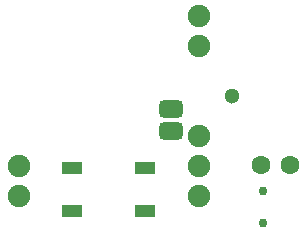
<source format=gbr>
%TF.GenerationSoftware,KiCad,Pcbnew,9.0.1-9.0.1-0~ubuntu22.04.1*%
%TF.CreationDate,2025-05-27T18:32:29-04:00*%
%TF.ProjectId,Omi-Glass-DevKit,4f6d692d-476c-4617-9373-2d4465764b69,rev?*%
%TF.SameCoordinates,Original*%
%TF.FileFunction,Soldermask,Bot*%
%TF.FilePolarity,Negative*%
%FSLAX46Y46*%
G04 Gerber Fmt 4.6, Leading zero omitted, Abs format (unit mm)*
G04 Created by KiCad (PCBNEW 9.0.1-9.0.1-0~ubuntu22.04.1) date 2025-05-27 18:32:29*
%MOMM*%
%LPD*%
G01*
G04 APERTURE LIST*
G04 Aperture macros list*
%AMRoundRect*
0 Rectangle with rounded corners*
0 $1 Rounding radius*
0 $2 $3 $4 $5 $6 $7 $8 $9 X,Y pos of 4 corners*
0 Add a 4 corners polygon primitive as box body*
4,1,4,$2,$3,$4,$5,$6,$7,$8,$9,$2,$3,0*
0 Add four circle primitives for the rounded corners*
1,1,$1+$1,$2,$3*
1,1,$1+$1,$4,$5*
1,1,$1+$1,$6,$7*
1,1,$1+$1,$8,$9*
0 Add four rect primitives between the rounded corners*
20,1,$1+$1,$2,$3,$4,$5,0*
20,1,$1+$1,$4,$5,$6,$7,0*
20,1,$1+$1,$6,$7,$8,$9,0*
20,1,$1+$1,$8,$9,$2,$3,0*%
G04 Aperture macros list end*
%ADD10RoundRect,0.375000X0.625000X-0.375000X0.625000X0.375000X-0.625000X0.375000X-0.625000X-0.375000X0*%
%ADD11C,1.901600*%
%ADD12C,0.750000*%
%ADD13C,1.300000*%
%ADD14C,1.600000*%
%ADD15R,1.800000X1.100000*%
G04 APERTURE END LIST*
D10*
%TO.C,J2*%
X5250000Y-160000D03*
X5250000Y-2065000D03*
%TD*%
D11*
%TO.C,U3*%
X-7620000Y-7573000D03*
X-7620000Y-5033000D03*
X7620000Y7667000D03*
X7620000Y5127000D03*
X7620000Y-2493000D03*
X7620000Y-5033000D03*
X7620000Y-7573000D03*
%TD*%
D12*
%TO.C,SW1*%
X13100000Y-9825000D03*
X13100000Y-7075000D03*
%TD*%
D13*
%TO.C,REF\u002A\u002A*%
X10490000Y930000D03*
%TD*%
D14*
%TO.C,TH1*%
X15400000Y-4950000D03*
X12900000Y-4950000D03*
%TD*%
D15*
%TO.C,SW1*%
X3100000Y-5150000D03*
X-3100000Y-5150000D03*
X3100000Y-8850000D03*
X-3100000Y-8850000D03*
%TD*%
M02*

</source>
